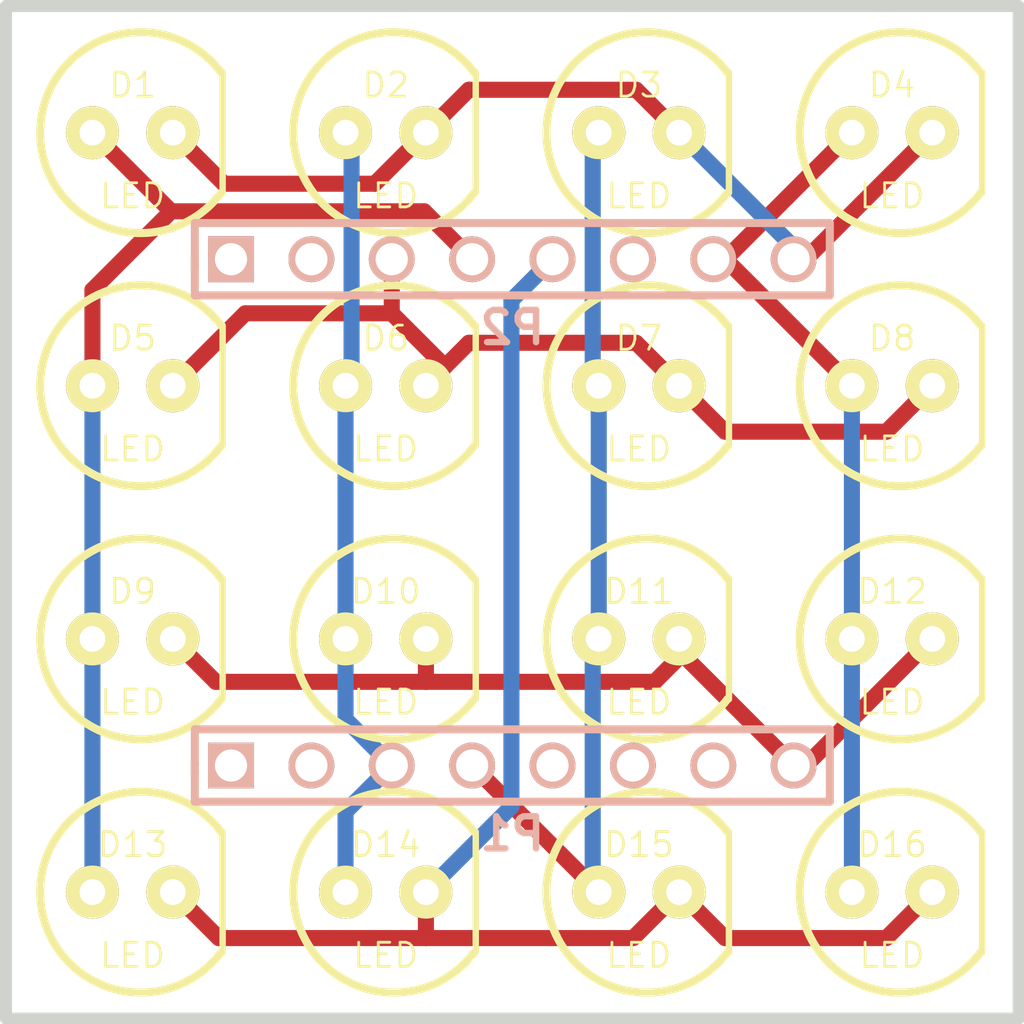
<source format=kicad_pcb>
(kicad_pcb (version 20171130) (host pcbnew 5.1.10)

  (general
    (thickness 1.6002)
    (drawings 4)
    (tracks 71)
    (zones 0)
    (modules 18)
    (nets 9)
  )

  (page A4)
  (title_block
    (date "15 mar 2013")
  )

  (layers
    (0 Front signal)
    (31 Back signal)
    (32 B.Adhes user)
    (33 F.Adhes user)
    (34 B.Paste user)
    (35 F.Paste user)
    (36 B.SilkS user)
    (37 F.SilkS user)
    (38 B.Mask user)
    (39 F.Mask user)
    (40 Dwgs.User user)
    (41 Cmts.User user)
    (42 Eco1.User user)
    (43 Eco2.User user)
    (44 Edge.Cuts user)
  )

  (setup
    (last_trace_width 0.508)
    (trace_clearance 0.254)
    (zone_clearance 0.508)
    (zone_45_only no)
    (trace_min 0.2032)
    (via_size 0.889)
    (via_drill 0.635)
    (via_min_size 0.889)
    (via_min_drill 0.508)
    (uvia_size 0.508)
    (uvia_drill 0.127)
    (uvias_allowed no)
    (uvia_min_size 0.508)
    (uvia_min_drill 0.127)
    (edge_width 0.381)
    (segment_width 0.381)
    (pcb_text_width 0.3048)
    (pcb_text_size 1.524 2.032)
    (mod_edge_width 0.254)
    (mod_text_size 1.524 1.524)
    (mod_text_width 0.3048)
    (pad_size 1.6764 1.6764)
    (pad_drill 0.8128)
    (pad_to_mask_clearance 0.254)
    (aux_axis_origin 0 0)
    (visible_elements FFFFFF7F)
    (pcbplotparams
      (layerselection 0x00030_ffffffff)
      (usegerberextensions true)
      (usegerberattributes true)
      (usegerberadvancedattributes true)
      (creategerberjobfile true)
      (excludeedgelayer true)
      (linewidth 0.150000)
      (plotframeref false)
      (viasonmask false)
      (mode 1)
      (useauxorigin false)
      (hpglpennumber 1)
      (hpglpenspeed 20)
      (hpglpendiameter 15.000000)
      (psnegative false)
      (psa4output false)
      (plotreference true)
      (plotvalue true)
      (plotinvisibletext false)
      (padsonsilk false)
      (subtractmaskfromsilk false)
      (outputformat 1)
      (mirror false)
      (drillshape 1)
      (scaleselection 1)
      (outputdirectory ""))
  )

  (net 0 "")
  (net 1 /10)
  (net 2 /12)
  (net 3 /13)
  (net 4 /14)
  (net 5 /3)
  (net 6 /4)
  (net 7 /8)
  (net 8 /9)

  (net_class Default "This is the default net class."
    (clearance 0.254)
    (trace_width 0.508)
    (via_dia 0.889)
    (via_drill 0.635)
    (uvia_dia 0.508)
    (uvia_drill 0.127)
    (add_net /10)
    (add_net /12)
    (add_net /13)
    (add_net /14)
    (add_net /3)
    (add_net /4)
    (add_net /8)
    (add_net /9)
  )

  (module PIN_ARRAY-8X1 (layer Back) (tedit 511AC225) (tstamp 511ABE47)
    (at 66.79946 74.80046)
    (descr "Connecteur 8 pins")
    (tags "CONN DEV")
    (path /51183ECD)
    (fp_text reference P1 (at 0 2.159) (layer B.SilkS)
      (effects (font (size 1.016 1.016) (thickness 0.2032)) (justify mirror))
    )
    (fp_text value "" (at 0 -2.159) (layer B.SilkS) hide
      (effects (font (size 1.016 0.889) (thickness 0.2032)) (justify mirror))
    )
    (fp_line (start -10.033 0.254) (end -10.033 -0.127) (layer B.SilkS) (width 0.254))
    (fp_line (start -10.033 0.127) (end -10.033 1.143) (layer B.SilkS) (width 0.254))
    (fp_line (start -10.033 1.143) (end 9.906 1.143) (layer B.SilkS) (width 0.254))
    (fp_line (start 9.906 1.143) (end 10.033 1.143) (layer B.SilkS) (width 0.254))
    (fp_line (start 10.033 1.143) (end 10.033 -1.016) (layer B.SilkS) (width 0.254))
    (fp_line (start 10.033 -1.016) (end 10.033 -1.143) (layer B.SilkS) (width 0.254))
    (fp_line (start 10.033 -1.143) (end -10.033 -1.143) (layer B.SilkS) (width 0.254))
    (fp_line (start -10.033 -1.143) (end -10.033 0) (layer B.SilkS) (width 0.254))
    (pad 2 thru_hole circle (at -6.35 0) (size 1.4478 1.4478) (drill 1.016) (layers *.Cu *.Mask B.SilkS))
    (pad 3 thru_hole circle (at -3.81 0) (size 1.4478 1.4478) (drill 1.016) (layers *.Cu *.Mask B.SilkS)
      (net 5 /3))
    (pad 4 thru_hole circle (at -1.27 0) (size 1.4478 1.4478) (drill 1.016) (layers *.Cu *.Mask B.SilkS)
      (net 6 /4))
    (pad 5 thru_hole circle (at 1.27 0) (size 1.4478 1.4478) (drill 1.016) (layers *.Cu *.Mask B.SilkS))
    (pad 6 thru_hole circle (at 3.81 0) (size 1.4478 1.4478) (drill 1.016) (layers *.Cu *.Mask B.SilkS))
    (pad 7 thru_hole circle (at 6.35 0) (size 1.4478 1.4478) (drill 1.016) (layers *.Cu *.Mask B.SilkS))
    (pad 1 thru_hole rect (at -8.89 0) (size 1.4478 1.4478) (drill 1.016) (layers *.Cu *.Mask B.SilkS))
    (pad 8 thru_hole circle (at 8.89 0) (size 1.4478 1.4478) (drill 1.016) (layers *.Cu *.Mask B.SilkS)
      (net 7 /8))
    (model pin_array/pins_array_6x1.wrl
      (at (xyz 0 0 0))
      (scale (xyz 1 1 1))
      (rotate (xyz 0 0 0))
    )
  )

  (module PIN_ARRAY-8X1 (layer Back) (tedit 511AC225) (tstamp 511ABE45)
    (at 66.79946 58.801)
    (descr "Connecteur 8 pins")
    (tags "CONN DEV")
    (path /51183ED1)
    (fp_text reference P2 (at 0 2.159) (layer B.SilkS)
      (effects (font (size 1.016 1.016) (thickness 0.2032)) (justify mirror))
    )
    (fp_text value "" (at 0 -2.159) (layer B.SilkS) hide
      (effects (font (size 1.016 0.889) (thickness 0.2032)) (justify mirror))
    )
    (fp_line (start -10.033 0.254) (end -10.033 -0.127) (layer B.SilkS) (width 0.254))
    (fp_line (start -10.033 0.127) (end -10.033 1.143) (layer B.SilkS) (width 0.254))
    (fp_line (start -10.033 1.143) (end 9.906 1.143) (layer B.SilkS) (width 0.254))
    (fp_line (start 9.906 1.143) (end 10.033 1.143) (layer B.SilkS) (width 0.254))
    (fp_line (start 10.033 1.143) (end 10.033 -1.016) (layer B.SilkS) (width 0.254))
    (fp_line (start 10.033 -1.016) (end 10.033 -1.143) (layer B.SilkS) (width 0.254))
    (fp_line (start 10.033 -1.143) (end -10.033 -1.143) (layer B.SilkS) (width 0.254))
    (fp_line (start -10.033 -1.143) (end -10.033 0) (layer B.SilkS) (width 0.254))
    (pad 2 thru_hole circle (at -6.35 0) (size 1.4478 1.4478) (drill 1.016) (layers *.Cu *.Mask B.SilkS))
    (pad 3 thru_hole circle (at -3.81 0) (size 1.4478 1.4478) (drill 1.016) (layers *.Cu *.Mask B.SilkS)
      (net 4 /14))
    (pad 4 thru_hole circle (at -1.27 0) (size 1.4478 1.4478) (drill 1.016) (layers *.Cu *.Mask B.SilkS)
      (net 3 /13))
    (pad 5 thru_hole circle (at 1.27 0) (size 1.4478 1.4478) (drill 1.016) (layers *.Cu *.Mask B.SilkS)
      (net 2 /12))
    (pad 6 thru_hole circle (at 3.81 0) (size 1.4478 1.4478) (drill 1.016) (layers *.Cu *.Mask B.SilkS))
    (pad 7 thru_hole circle (at 6.35 0) (size 1.4478 1.4478) (drill 1.016) (layers *.Cu *.Mask B.SilkS)
      (net 1 /10))
    (pad 1 thru_hole rect (at -8.89 0) (size 1.4478 1.4478) (drill 1.016) (layers *.Cu *.Mask B.SilkS))
    (pad 8 thru_hole circle (at 8.89 0) (size 1.4478 1.4478) (drill 1.016) (layers *.Cu *.Mask B.SilkS)
      (net 8 /9))
    (model pin_array/pins_array_6x1.wrl
      (at (xyz 0 0 0))
      (scale (xyz 1 1 1))
      (rotate (xyz 0 0 0))
    )
  )

  (module LED-5MM-MOD (layer Front) (tedit 51426824) (tstamp 511ABE66)
    (at 54.8005 54.8005)
    (descr "LED 5mm - Lead pitch 100mil (2,54mm)")
    (tags "LED led 5mm 5MM 100mil 2,54mm")
    (path /51184015)
    (attr virtual)
    (fp_text reference D1 (at 0 -1.50114) (layer F.SilkS)
      (effects (font (size 0.762 0.762) (thickness 0.0889)))
    )
    (fp_text value LED (at 0 1.99898) (layer F.SilkS)
      (effects (font (size 0.762 0.762) (thickness 0.0889)))
    )
    (fp_line (start 2.8448 1.905) (end 2.8448 -1.905) (layer F.SilkS) (width 0.2032))
    (fp_arc (start 0.254 0) (end 2.794 1.905) (angle 286.2) (layer F.SilkS) (width 0.254))
    (pad 1 thru_hole circle (at -1.27 0) (size 1.6764 1.6764) (drill 0.8128) (layers *.Cu *.Mask F.Paste F.SilkS)
      (net 3 /13))
    (pad 2 thru_hole circle (at 1.27 0) (size 1.6764 1.6764) (drill 0.8128) (layers *.Cu *.Mask F.Paste F.SilkS)
      (net 8 /9))
    (model discret/leds/led5_vertical_verde.wrl
      (at (xyz 0 0 0))
      (scale (xyz 1 1 1))
      (rotate (xyz 0 0 0))
    )
  )

  (module LED-5MM-MOD (layer Front) (tedit 51426824) (tstamp 511ABE64)
    (at 62.79896 54.8005)
    (descr "LED 5mm - Lead pitch 100mil (2,54mm)")
    (tags "LED led 5mm 5MM 100mil 2,54mm")
    (path /5118401C)
    (attr virtual)
    (fp_text reference D2 (at 0 -1.50114) (layer F.SilkS)
      (effects (font (size 0.762 0.762) (thickness 0.0889)))
    )
    (fp_text value LED (at 0 1.99898) (layer F.SilkS)
      (effects (font (size 0.762 0.762) (thickness 0.0889)))
    )
    (fp_line (start 2.8448 1.905) (end 2.8448 -1.905) (layer F.SilkS) (width 0.2032))
    (fp_arc (start 0.254 0) (end 2.794 1.905) (angle 286.2) (layer F.SilkS) (width 0.254))
    (pad 1 thru_hole circle (at -1.27 0) (size 1.6764 1.6764) (drill 0.8128) (layers *.Cu *.Mask F.Paste F.SilkS)
      (net 5 /3))
    (pad 2 thru_hole circle (at 1.27 0) (size 1.6764 1.6764) (drill 0.8128) (layers *.Cu *.Mask F.Paste F.SilkS)
      (net 8 /9))
    (model discret/leds/led5_vertical_verde.wrl
      (at (xyz 0 0 0))
      (scale (xyz 1 1 1))
      (rotate (xyz 0 0 0))
    )
  )

  (module LED-5MM-MOD (layer Front) (tedit 51426824) (tstamp 511ABE62)
    (at 70.79996 54.8005)
    (descr "LED 5mm - Lead pitch 100mil (2,54mm)")
    (tags "LED led 5mm 5MM 100mil 2,54mm")
    (path /51184033)
    (attr virtual)
    (fp_text reference D3 (at 0 -1.50114) (layer F.SilkS)
      (effects (font (size 0.762 0.762) (thickness 0.0889)))
    )
    (fp_text value LED (at 0 1.99898) (layer F.SilkS)
      (effects (font (size 0.762 0.762) (thickness 0.0889)))
    )
    (fp_line (start 2.8448 1.905) (end 2.8448 -1.905) (layer F.SilkS) (width 0.2032))
    (fp_arc (start 0.254 0) (end 2.794 1.905) (angle 286.2) (layer F.SilkS) (width 0.254))
    (pad 1 thru_hole circle (at -1.27 0) (size 1.6764 1.6764) (drill 0.8128) (layers *.Cu *.Mask F.Paste F.SilkS)
      (net 6 /4))
    (pad 2 thru_hole circle (at 1.27 0) (size 1.6764 1.6764) (drill 0.8128) (layers *.Cu *.Mask F.Paste F.SilkS)
      (net 8 /9))
    (model discret/leds/led5_vertical_verde.wrl
      (at (xyz 0 0 0))
      (scale (xyz 1 1 1))
      (rotate (xyz 0 0 0))
    )
  )

  (module LED-5MM-MOD (layer Front) (tedit 51426824) (tstamp 511ABE60)
    (at 78.80096 54.8005)
    (descr "LED 5mm - Lead pitch 100mil (2,54mm)")
    (tags "LED led 5mm 5MM 100mil 2,54mm")
    (path /51184032)
    (attr virtual)
    (fp_text reference D4 (at 0 -1.50114) (layer F.SilkS)
      (effects (font (size 0.762 0.762) (thickness 0.0889)))
    )
    (fp_text value LED (at 0 1.99898) (layer F.SilkS)
      (effects (font (size 0.762 0.762) (thickness 0.0889)))
    )
    (fp_line (start 2.8448 1.905) (end 2.8448 -1.905) (layer F.SilkS) (width 0.2032))
    (fp_arc (start 0.254 0) (end 2.794 1.905) (angle 286.2) (layer F.SilkS) (width 0.254))
    (pad 1 thru_hole circle (at -1.27 0) (size 1.6764 1.6764) (drill 0.8128) (layers *.Cu *.Mask F.Paste F.SilkS)
      (net 1 /10))
    (pad 2 thru_hole circle (at 1.27 0) (size 1.6764 1.6764) (drill 0.8128) (layers *.Cu *.Mask F.Paste F.SilkS)
      (net 8 /9))
    (model discret/leds/led5_vertical_verde.wrl
      (at (xyz 0 0 0))
      (scale (xyz 1 1 1))
      (rotate (xyz 0 0 0))
    )
  )

  (module LED-5MM-MOD (layer Front) (tedit 51426824) (tstamp 511ABE5E)
    (at 54.8005 62.79896)
    (descr "LED 5mm - Lead pitch 100mil (2,54mm)")
    (tags "LED led 5mm 5MM 100mil 2,54mm")
    (path /51184081)
    (attr virtual)
    (fp_text reference D5 (at 0 -1.50114) (layer F.SilkS)
      (effects (font (size 0.762 0.762) (thickness 0.0889)))
    )
    (fp_text value LED (at 0 1.99898) (layer F.SilkS)
      (effects (font (size 0.762 0.762) (thickness 0.0889)))
    )
    (fp_line (start 2.8448 1.905) (end 2.8448 -1.905) (layer F.SilkS) (width 0.2032))
    (fp_arc (start 0.254 0) (end 2.794 1.905) (angle 286.2) (layer F.SilkS) (width 0.254))
    (pad 1 thru_hole circle (at -1.27 0) (size 1.6764 1.6764) (drill 0.8128) (layers *.Cu *.Mask F.Paste F.SilkS)
      (net 3 /13))
    (pad 2 thru_hole circle (at 1.27 0) (size 1.6764 1.6764) (drill 0.8128) (layers *.Cu *.Mask F.Paste F.SilkS)
      (net 4 /14))
    (model discret/leds/led5_vertical_verde.wrl
      (at (xyz 0 0 0))
      (scale (xyz 1 1 1))
      (rotate (xyz 0 0 0))
    )
  )

  (module LED-5MM-MOD (layer Front) (tedit 51426824) (tstamp 511ABE5C)
    (at 62.79896 62.79896)
    (descr "LED 5mm - Lead pitch 100mil (2,54mm)")
    (tags "LED led 5mm 5MM 100mil 2,54mm")
    (path /51184080)
    (attr virtual)
    (fp_text reference D6 (at 0 -1.50114) (layer F.SilkS)
      (effects (font (size 0.762 0.762) (thickness 0.0889)))
    )
    (fp_text value LED (at 0 1.99898) (layer F.SilkS)
      (effects (font (size 0.762 0.762) (thickness 0.0889)))
    )
    (fp_line (start 2.8448 1.905) (end 2.8448 -1.905) (layer F.SilkS) (width 0.2032))
    (fp_arc (start 0.254 0) (end 2.794 1.905) (angle 286.2) (layer F.SilkS) (width 0.254))
    (pad 1 thru_hole circle (at -1.27 0) (size 1.6764 1.6764) (drill 0.8128) (layers *.Cu *.Mask F.Paste F.SilkS)
      (net 5 /3))
    (pad 2 thru_hole circle (at 1.27 0) (size 1.6764 1.6764) (drill 0.8128) (layers *.Cu *.Mask F.Paste F.SilkS)
      (net 4 /14))
    (model discret/leds/led5_vertical_verde.wrl
      (at (xyz 0 0 0))
      (scale (xyz 1 1 1))
      (rotate (xyz 0 0 0))
    )
  )

  (module LED-5MM-MOD (layer Front) (tedit 51426824) (tstamp 511ABE5A)
    (at 70.79996 62.79896)
    (descr "LED 5mm - Lead pitch 100mil (2,54mm)")
    (tags "LED led 5mm 5MM 100mil 2,54mm")
    (path /5118407E)
    (attr virtual)
    (fp_text reference D7 (at 0 -1.50114) (layer F.SilkS)
      (effects (font (size 0.762 0.762) (thickness 0.0889)))
    )
    (fp_text value LED (at 0 1.99898) (layer F.SilkS)
      (effects (font (size 0.762 0.762) (thickness 0.0889)))
    )
    (fp_line (start 2.8448 1.905) (end 2.8448 -1.905) (layer F.SilkS) (width 0.2032))
    (fp_arc (start 0.254 0) (end 2.794 1.905) (angle 286.2) (layer F.SilkS) (width 0.254))
    (pad 1 thru_hole circle (at -1.27 0) (size 1.6764 1.6764) (drill 0.8128) (layers *.Cu *.Mask F.Paste F.SilkS)
      (net 6 /4))
    (pad 2 thru_hole circle (at 1.27 0) (size 1.6764 1.6764) (drill 0.8128) (layers *.Cu *.Mask F.Paste F.SilkS)
      (net 4 /14))
    (model discret/leds/led5_vertical_verde.wrl
      (at (xyz 0 0 0))
      (scale (xyz 1 1 1))
      (rotate (xyz 0 0 0))
    )
  )

  (module LED-5MM-MOD (layer Front) (tedit 51426824) (tstamp 511ABE58)
    (at 78.80096 62.79896)
    (descr "LED 5mm - Lead pitch 100mil (2,54mm)")
    (tags "LED led 5mm 5MM 100mil 2,54mm")
    (path /5118407F)
    (attr virtual)
    (fp_text reference D8 (at 0 -1.50114) (layer F.SilkS)
      (effects (font (size 0.762 0.762) (thickness 0.0889)))
    )
    (fp_text value LED (at 0 1.99898) (layer F.SilkS)
      (effects (font (size 0.762 0.762) (thickness 0.0889)))
    )
    (fp_line (start 2.8448 1.905) (end 2.8448 -1.905) (layer F.SilkS) (width 0.2032))
    (fp_arc (start 0.254 0) (end 2.794 1.905) (angle 286.2) (layer F.SilkS) (width 0.254))
    (pad 1 thru_hole circle (at -1.27 0) (size 1.6764 1.6764) (drill 0.8128) (layers *.Cu *.Mask F.Paste F.SilkS)
      (net 1 /10))
    (pad 2 thru_hole circle (at 1.27 0) (size 1.6764 1.6764) (drill 0.8128) (layers *.Cu *.Mask F.Paste F.SilkS)
      (net 4 /14))
    (model discret/leds/led5_vertical_verde.wrl
      (at (xyz 0 0 0))
      (scale (xyz 1 1 1))
      (rotate (xyz 0 0 0))
    )
  )

  (module LED-5MM-MOD (layer Front) (tedit 51426824) (tstamp 511ABE56)
    (at 54.8005 70.79996)
    (descr "LED 5mm - Lead pitch 100mil (2,54mm)")
    (tags "LED led 5mm 5MM 100mil 2,54mm")
    (path /51184092)
    (attr virtual)
    (fp_text reference D9 (at 0 -1.50114) (layer F.SilkS)
      (effects (font (size 0.762 0.762) (thickness 0.0889)))
    )
    (fp_text value LED (at 0 1.99898) (layer F.SilkS)
      (effects (font (size 0.762 0.762) (thickness 0.0889)))
    )
    (fp_line (start 2.8448 1.905) (end 2.8448 -1.905) (layer F.SilkS) (width 0.2032))
    (fp_arc (start 0.254 0) (end 2.794 1.905) (angle 286.2) (layer F.SilkS) (width 0.254))
    (pad 1 thru_hole circle (at -1.27 0) (size 1.6764 1.6764) (drill 0.8128) (layers *.Cu *.Mask F.Paste F.SilkS)
      (net 3 /13))
    (pad 2 thru_hole circle (at 1.27 0) (size 1.6764 1.6764) (drill 0.8128) (layers *.Cu *.Mask F.Paste F.SilkS)
      (net 7 /8))
    (model discret/leds/led5_vertical_verde.wrl
      (at (xyz 0 0 0))
      (scale (xyz 1 1 1))
      (rotate (xyz 0 0 0))
    )
  )

  (module LED-5MM-MOD (layer Front) (tedit 51426824) (tstamp 511ABE54)
    (at 62.79896 70.79996)
    (descr "LED 5mm - Lead pitch 100mil (2,54mm)")
    (tags "LED led 5mm 5MM 100mil 2,54mm")
    (path /51184091)
    (attr virtual)
    (fp_text reference D10 (at 0 -1.50114) (layer F.SilkS)
      (effects (font (size 0.762 0.762) (thickness 0.0889)))
    )
    (fp_text value LED (at 0 1.99898) (layer F.SilkS)
      (effects (font (size 0.762 0.762) (thickness 0.0889)))
    )
    (fp_line (start 2.8448 1.905) (end 2.8448 -1.905) (layer F.SilkS) (width 0.2032))
    (fp_arc (start 0.254 0) (end 2.794 1.905) (angle 286.2) (layer F.SilkS) (width 0.254))
    (pad 1 thru_hole circle (at -1.27 0) (size 1.6764 1.6764) (drill 0.8128) (layers *.Cu *.Mask F.Paste F.SilkS)
      (net 5 /3))
    (pad 2 thru_hole circle (at 1.27 0) (size 1.6764 1.6764) (drill 0.8128) (layers *.Cu *.Mask F.Paste F.SilkS)
      (net 7 /8))
    (model discret/leds/led5_vertical_verde.wrl
      (at (xyz 0 0 0))
      (scale (xyz 1 1 1))
      (rotate (xyz 0 0 0))
    )
  )

  (module LED-5MM-MOD (layer Front) (tedit 51426824) (tstamp 511ABE52)
    (at 70.79996 70.79996)
    (descr "LED 5mm - Lead pitch 100mil (2,54mm)")
    (tags "LED led 5mm 5MM 100mil 2,54mm")
    (path /5118408F)
    (attr virtual)
    (fp_text reference D11 (at 0 -1.50114) (layer F.SilkS)
      (effects (font (size 0.762 0.762) (thickness 0.0889)))
    )
    (fp_text value LED (at 0 1.99898) (layer F.SilkS)
      (effects (font (size 0.762 0.762) (thickness 0.0889)))
    )
    (fp_line (start 2.8448 1.905) (end 2.8448 -1.905) (layer F.SilkS) (width 0.2032))
    (fp_arc (start 0.254 0) (end 2.794 1.905) (angle 286.2) (layer F.SilkS) (width 0.254))
    (pad 1 thru_hole circle (at -1.27 0) (size 1.6764 1.6764) (drill 0.8128) (layers *.Cu *.Mask F.Paste F.SilkS)
      (net 6 /4))
    (pad 2 thru_hole circle (at 1.27 0) (size 1.6764 1.6764) (drill 0.8128) (layers *.Cu *.Mask F.Paste F.SilkS)
      (net 7 /8))
    (model discret/leds/led5_vertical_verde.wrl
      (at (xyz 0 0 0))
      (scale (xyz 1 1 1))
      (rotate (xyz 0 0 0))
    )
  )

  (module LED-5MM-MOD (layer Front) (tedit 51426824) (tstamp 511ABE50)
    (at 78.80096 70.79996)
    (descr "LED 5mm - Lead pitch 100mil (2,54mm)")
    (tags "LED led 5mm 5MM 100mil 2,54mm")
    (path /51184090)
    (attr virtual)
    (fp_text reference D12 (at 0 -1.50114) (layer F.SilkS)
      (effects (font (size 0.762 0.762) (thickness 0.0889)))
    )
    (fp_text value LED (at 0 1.99898) (layer F.SilkS)
      (effects (font (size 0.762 0.762) (thickness 0.0889)))
    )
    (fp_line (start 2.8448 1.905) (end 2.8448 -1.905) (layer F.SilkS) (width 0.2032))
    (fp_arc (start 0.254 0) (end 2.794 1.905) (angle 286.2) (layer F.SilkS) (width 0.254))
    (pad 1 thru_hole circle (at -1.27 0) (size 1.6764 1.6764) (drill 0.8128) (layers *.Cu *.Mask F.Paste F.SilkS)
      (net 1 /10))
    (pad 2 thru_hole circle (at 1.27 0) (size 1.6764 1.6764) (drill 0.8128) (layers *.Cu *.Mask F.Paste F.SilkS)
      (net 7 /8))
    (model discret/leds/led5_vertical_verde.wrl
      (at (xyz 0 0 0))
      (scale (xyz 1 1 1))
      (rotate (xyz 0 0 0))
    )
  )

  (module LED-5MM-MOD (layer Front) (tedit 51426824) (tstamp 511ABE4E)
    (at 54.8005 78.80096)
    (descr "LED 5mm - Lead pitch 100mil (2,54mm)")
    (tags "LED led 5mm 5MM 100mil 2,54mm")
    (path /51184083)
    (attr virtual)
    (fp_text reference D13 (at 0 -1.50114) (layer F.SilkS)
      (effects (font (size 0.762 0.762) (thickness 0.0889)))
    )
    (fp_text value LED (at 0 1.99898) (layer F.SilkS)
      (effects (font (size 0.762 0.762) (thickness 0.0889)))
    )
    (fp_line (start 2.8448 1.905) (end 2.8448 -1.905) (layer F.SilkS) (width 0.2032))
    (fp_arc (start 0.254 0) (end 2.794 1.905) (angle 286.2) (layer F.SilkS) (width 0.254))
    (pad 1 thru_hole circle (at -1.27 0) (size 1.6764 1.6764) (drill 0.8128) (layers *.Cu *.Mask F.Paste F.SilkS)
      (net 3 /13))
    (pad 2 thru_hole circle (at 1.27 0) (size 1.6764 1.6764) (drill 0.8128) (layers *.Cu *.Mask F.Paste F.SilkS)
      (net 2 /12))
    (model discret/leds/led5_vertical_verde.wrl
      (at (xyz 0 0 0))
      (scale (xyz 1 1 1))
      (rotate (xyz 0 0 0))
    )
  )

  (module LED-5MM-MOD (layer Front) (tedit 51426824) (tstamp 511ABE4C)
    (at 62.79896 78.80096)
    (descr "LED 5mm - Lead pitch 100mil (2,54mm)")
    (tags "LED led 5mm 5MM 100mil 2,54mm")
    (path /51184084)
    (attr virtual)
    (fp_text reference D14 (at 0 -1.50114) (layer F.SilkS)
      (effects (font (size 0.762 0.762) (thickness 0.0889)))
    )
    (fp_text value LED (at 0 1.99898) (layer F.SilkS)
      (effects (font (size 0.762 0.762) (thickness 0.0889)))
    )
    (fp_line (start 2.8448 1.905) (end 2.8448 -1.905) (layer F.SilkS) (width 0.2032))
    (fp_arc (start 0.254 0) (end 2.794 1.905) (angle 286.2) (layer F.SilkS) (width 0.254))
    (pad 1 thru_hole circle (at -1.27 0) (size 1.6764 1.6764) (drill 0.8128) (layers *.Cu *.Mask F.Paste F.SilkS)
      (net 5 /3))
    (pad 2 thru_hole circle (at 1.27 0) (size 1.6764 1.6764) (drill 0.8128) (layers *.Cu *.Mask F.Paste F.SilkS)
      (net 2 /12))
    (model discret/leds/led5_vertical_verde.wrl
      (at (xyz 0 0 0))
      (scale (xyz 1 1 1))
      (rotate (xyz 0 0 0))
    )
  )

  (module LED-5MM-MOD (layer Front) (tedit 51426824) (tstamp 511ABE4A)
    (at 70.79996 78.80096)
    (descr "LED 5mm - Lead pitch 100mil (2,54mm)")
    (tags "LED led 5mm 5MM 100mil 2,54mm")
    (path /51184086)
    (attr virtual)
    (fp_text reference D15 (at 0 -1.50114) (layer F.SilkS)
      (effects (font (size 0.762 0.762) (thickness 0.0889)))
    )
    (fp_text value LED (at 0 1.99898) (layer F.SilkS)
      (effects (font (size 0.762 0.762) (thickness 0.0889)))
    )
    (fp_line (start 2.8448 1.905) (end 2.8448 -1.905) (layer F.SilkS) (width 0.2032))
    (fp_arc (start 0.254 0) (end 2.794 1.905) (angle 286.2) (layer F.SilkS) (width 0.254))
    (pad 1 thru_hole circle (at -1.27 0) (size 1.6764 1.6764) (drill 0.8128) (layers *.Cu *.Mask F.Paste F.SilkS)
      (net 6 /4))
    (pad 2 thru_hole circle (at 1.27 0) (size 1.6764 1.6764) (drill 0.8128) (layers *.Cu *.Mask F.Paste F.SilkS)
      (net 2 /12))
    (model discret/leds/led5_vertical_verde.wrl
      (at (xyz 0 0 0))
      (scale (xyz 1 1 1))
      (rotate (xyz 0 0 0))
    )
  )

  (module LED-5MM-MOD (layer Front) (tedit 51426824) (tstamp 511ABE48)
    (at 78.80096 78.80096)
    (descr "LED 5mm - Lead pitch 100mil (2,54mm)")
    (tags "LED led 5mm 5MM 100mil 2,54mm")
    (path /51184085)
    (attr virtual)
    (fp_text reference D16 (at 0 -1.50114) (layer F.SilkS)
      (effects (font (size 0.762 0.762) (thickness 0.0889)))
    )
    (fp_text value LED (at 0 1.99898) (layer F.SilkS)
      (effects (font (size 0.762 0.762) (thickness 0.0889)))
    )
    (fp_line (start 2.8448 1.905) (end 2.8448 -1.905) (layer F.SilkS) (width 0.2032))
    (fp_arc (start 0.254 0) (end 2.794 1.905) (angle 286.2) (layer F.SilkS) (width 0.254))
    (pad 1 thru_hole circle (at -1.27 0) (size 1.6764 1.6764) (drill 0.8128) (layers *.Cu *.Mask F.Paste F.SilkS)
      (net 1 /10))
    (pad 2 thru_hole circle (at 1.27 0) (size 1.6764 1.6764) (drill 0.8128) (layers *.Cu *.Mask F.Paste F.SilkS)
      (net 2 /12))
    (model discret/leds/led5_vertical_verde.wrl
      (at (xyz 0 0 0))
      (scale (xyz 1 1 1))
      (rotate (xyz 0 0 0))
    )
  )

  (gr_line (start 82.79892 50.8) (end 82.79892 82.79892) (angle 90) (layer Edge.Cuts) (width 0.381))
  (gr_line (start 50.8 82.79892) (end 82.79892 82.79892) (angle 90) (layer Edge.Cuts) (width 0.381))
  (gr_line (start 50.8 50.8) (end 82.79892 50.8) (angle 90) (layer Edge.Cuts) (width 0.381))
  (gr_line (start 50.8 50.8) (end 50.8 82.79892) (angle 90) (layer Edge.Cuts) (width 0.381))

  (segment (start 77.53096 78.80096) (end 77.53096 70.79996) (width 0.508) (layer Back) (net 1) (status C00000))
  (segment (start 77.53096 70.79996) (end 77.53096 62.79896) (width 0.508) (layer Back) (net 1) (status C00000))
  (segment (start 73.533 58.79846) (end 73.533 58.801) (width 0.508) (layer Front) (net 1))
  (segment (start 77.53096 54.8005) (end 73.533 58.79846) (width 0.508) (layer Front) (net 1) (status 400000))
  (segment (start 77.53096 62.79896) (end 73.533 58.801) (width 0.508) (layer Front) (net 1) (status 400000))
  (segment (start 73.533 58.801) (end 73.14946 58.801) (width 0.508) (layer Front) (net 1) (status 800000))
  (segment (start 66.77152 60.09894) (end 68.06946 58.801) (width 0.508) (layer Back) (net 2) (status 800000))
  (segment (start 66.77152 76.0984) (end 66.77152 60.09894) (width 0.508) (layer Back) (net 2))
  (segment (start 64.06896 78.80096) (end 66.77152 76.0984) (width 0.508) (layer Back) (net 2) (status 400000))
  (segment (start 64.06896 78.80096) (end 64.06896 80.25384) (width 0.508) (layer Front) (net 2) (status 400000))
  (segment (start 57.52338 80.25384) (end 56.0705 78.80096) (width 0.508) (layer Front) (net 2) (status 800000))
  (segment (start 64.06896 80.25384) (end 57.52338 80.25384) (width 0.508) (layer Front) (net 2))
  (segment (start 70.61708 80.25384) (end 64.06896 80.25384) (width 0.508) (layer Front) (net 2))
  (segment (start 72.06996 78.80096) (end 70.61708 80.25384) (width 0.508) (layer Front) (net 2) (status 400000))
  (segment (start 73.52284 80.25384) (end 72.06996 78.80096) (width 0.508) (layer Front) (net 2) (status 800000))
  (segment (start 78.61808 80.25384) (end 73.52284 80.25384) (width 0.508) (layer Front) (net 2))
  (segment (start 80.07096 78.80096) (end 78.61808 80.25384) (width 0.508) (layer Front) (net 2) (status 400000))
  (segment (start 53.5305 78.80096) (end 53.5305 70.79996) (width 0.508) (layer Back) (net 3) (status C00000))
  (segment (start 53.5305 70.79996) (end 53.5305 62.79896) (width 0.508) (layer Back) (net 3) (status C00000))
  (segment (start 53.5305 59.77382) (end 56.01716 57.28716) (width 0.508) (layer Front) (net 3))
  (segment (start 53.5305 62.79896) (end 53.5305 59.77382) (width 0.508) (layer Front) (net 3) (status 400000))
  (segment (start 53.5305 54.8005) (end 56.01716 57.28716) (width 0.508) (layer Front) (net 3) (status 400000))
  (segment (start 64.01562 57.28716) (end 65.52946 58.801) (width 0.508) (layer Front) (net 3) (status 800000))
  (segment (start 56.01716 57.28716) (end 64.01562 57.28716) (width 0.508) (layer Front) (net 3))
  (segment (start 73.52284 64.25184) (end 72.06996 62.79896) (width 0.508) (layer Front) (net 4) (status 800000))
  (segment (start 78.61808 64.25184) (end 73.52284 64.25184) (width 0.508) (layer Front) (net 4))
  (segment (start 80.07096 62.79896) (end 78.61808 64.25184) (width 0.508) (layer Front) (net 4) (status 400000))
  (segment (start 62.98946 58.801) (end 62.98946 60.51042) (width 0.508) (layer Front) (net 4) (status 400000))
  (segment (start 58.35904 60.51042) (end 56.0705 62.79896) (width 0.508) (layer Front) (net 4) (status 800000))
  (segment (start 62.98946 60.51042) (end 58.35904 60.51042) (width 0.508) (layer Front) (net 4))
  (segment (start 64.67348 62.19444) (end 62.98946 60.51042) (width 0.508) (layer Front) (net 4))
  (segment (start 64.06896 62.79896) (end 64.67348 62.19444) (width 0.508) (layer Front) (net 4) (status 400000))
  (segment (start 70.7136 61.4426) (end 72.06996 62.79896) (width 0.508) (layer Front) (net 4) (status 800000))
  (segment (start 65.42532 61.4426) (end 70.7136 61.4426) (width 0.508) (layer Front) (net 4))
  (segment (start 64.67348 62.19444) (end 65.42532 61.4426) (width 0.508) (layer Front) (net 4))
  (segment (start 61.52896 76.26096) (end 62.98946 74.80046) (width 0.508) (layer Back) (net 5) (status 800000))
  (segment (start 61.52896 78.80096) (end 61.52896 76.26096) (width 0.508) (layer Back) (net 5) (status 400000))
  (segment (start 61.52896 73.33996) (end 62.98946 74.80046) (width 0.508) (layer Back) (net 5) (status 800000))
  (segment (start 61.52896 70.79996) (end 61.52896 73.33996) (width 0.508) (layer Back) (net 5) (status 400000))
  (segment (start 61.71946 62.60846) (end 61.52896 62.79896) (width 0.508) (layer Back) (net 5) (status 800000))
  (segment (start 61.71946 54.991) (end 61.71946 62.60846) (width 0.508) (layer Back) (net 5))
  (segment (start 61.52896 54.8005) (end 61.71946 54.991) (width 0.508) (layer Back) (net 5) (status 400000))
  (segment (start 61.52896 62.79896) (end 61.52896 70.79996) (width 0.508) (layer Back) (net 5) (status C00000))
  (segment (start 69.33946 70.99046) (end 69.52996 70.79996) (width 0.508) (layer Back) (net 6) (status 800000))
  (segment (start 69.33946 78.61046) (end 69.33946 70.99046) (width 0.508) (layer Back) (net 6))
  (segment (start 69.52996 78.80096) (end 69.33946 78.61046) (width 0.508) (layer Back) (net 6) (status 400000))
  (segment (start 69.52996 70.79996) (end 69.52996 62.79896) (width 0.508) (layer Back) (net 6) (status C00000))
  (segment (start 69.33946 54.991) (end 69.52996 54.8005) (width 0.508) (layer Back) (net 6) (status 800000))
  (segment (start 69.33946 62.60846) (end 69.33946 54.991) (width 0.508) (layer Back) (net 6))
  (segment (start 69.52996 62.79896) (end 69.33946 62.60846) (width 0.508) (layer Back) (net 6) (status 400000))
  (segment (start 69.52996 78.80096) (end 65.52946 74.80046) (width 0.508) (layer Front) (net 6) (status C00000))
  (segment (start 64.06896 70.79996) (end 64.06896 72.15632) (width 0.508) (layer Front) (net 7) (status 400000))
  (segment (start 57.42686 72.15632) (end 56.0705 70.79996) (width 0.508) (layer Front) (net 7) (status 800000))
  (segment (start 64.06896 72.15632) (end 57.42686 72.15632) (width 0.508) (layer Front) (net 7))
  (segment (start 72.06996 71.38162) (end 72.06996 70.79996) (width 0.508) (layer Front) (net 7) (status 800000))
  (segment (start 71.29526 72.15632) (end 72.06996 71.38162) (width 0.508) (layer Front) (net 7))
  (segment (start 64.06896 72.15632) (end 71.29526 72.15632) (width 0.508) (layer Front) (net 7))
  (segment (start 72.27062 71.38162) (end 75.68946 74.80046) (width 0.508) (layer Front) (net 7) (status 800000))
  (segment (start 72.06996 71.38162) (end 72.27062 71.38162) (width 0.508) (layer Front) (net 7))
  (segment (start 76.07046 74.80046) (end 75.68946 74.80046) (width 0.508) (layer Front) (net 7) (status 800000))
  (segment (start 80.07096 70.79996) (end 76.07046 74.80046) (width 0.508) (layer Front) (net 7) (status 400000))
  (segment (start 76.07046 58.801) (end 75.68946 58.801) (width 0.508) (layer Front) (net 8) (status 800000))
  (segment (start 80.07096 54.8005) (end 76.07046 58.801) (width 0.508) (layer Front) (net 8) (status 400000))
  (segment (start 75.68946 58.42) (end 75.68946 58.801) (width 0.508) (layer Back) (net 8) (status 800000))
  (segment (start 72.06996 54.8005) (end 75.68946 58.42) (width 0.508) (layer Back) (net 8) (status 400000))
  (segment (start 57.68594 56.41594) (end 56.0705 54.8005) (width 0.508) (layer Front) (net 8) (status 800000))
  (segment (start 62.45352 56.41594) (end 57.68594 56.41594) (width 0.508) (layer Front) (net 8))
  (segment (start 64.06896 54.8005) (end 62.45352 56.41594) (width 0.508) (layer Front) (net 8) (status 400000))
  (segment (start 65.42278 53.44668) (end 64.06896 54.8005) (width 0.508) (layer Front) (net 8) (status 800000))
  (segment (start 70.71614 53.44668) (end 65.42278 53.44668) (width 0.508) (layer Front) (net 8))
  (segment (start 72.06996 54.8005) (end 70.71614 53.44668) (width 0.508) (layer Front) (net 8) (status 400000))

)

</source>
